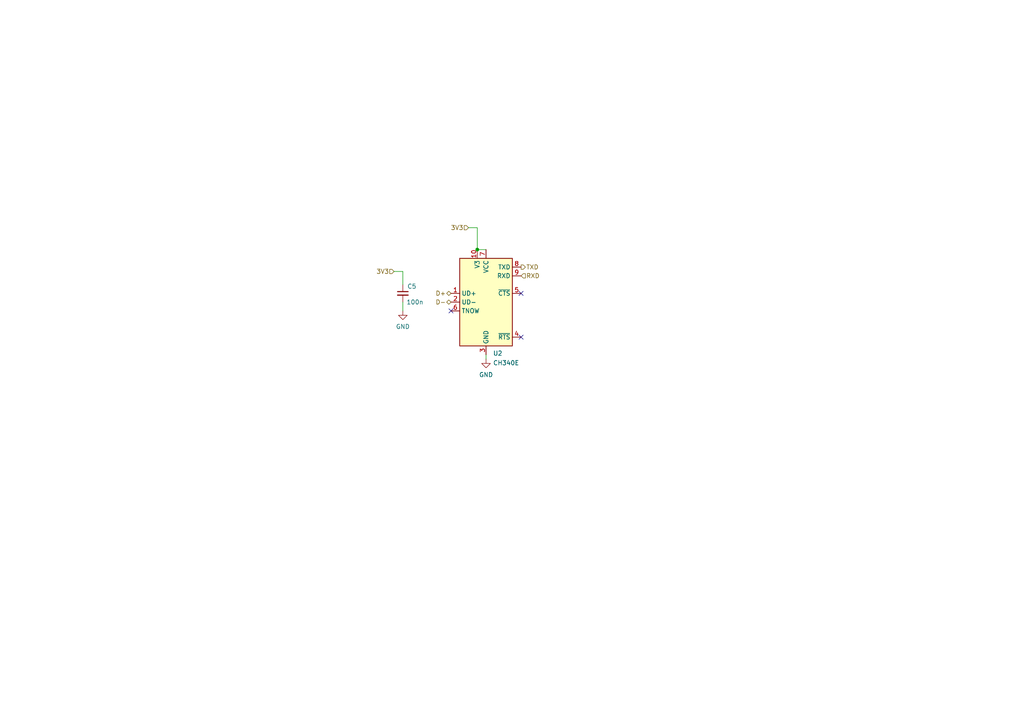
<source format=kicad_sch>
(kicad_sch (version 20211123) (generator eeschema)
  (paper "A4")
  (lib_symbols
    (symbol "Device:C_Small" (pin_numbers hide) (pin_names (offset 0.254) hide)
      (property "Reference" "C" (at 0.254 1.778 0))
      (property "Value" "C_Small" (at 0.254 -2.032 0))
      (symbol "C_Small_0_1"
        (polyline (pts (xy -1.524 -0.508) (xy 1.524 -0.508)) (stroke (width 0.3302)))
        (polyline (pts (xy -1.524 0.508) (xy 1.524 0.508)) (stroke (width 0.3048)))
      )
      (symbol "C_Small_1_1"
        (pin passive line (at 0 2.54 270) (length 2.032) (name "~") (number "1"))
        (pin passive line (at 0 -2.54 90) (length 2.032) (name "~") (number "2"))
      )
    )
    (symbol "Interface_USB:CH340E"
      (property "Reference" "U" (at -5.08 13.97 0))
      (property "Value" "CH340E" (at 1.27 13.97 0))
      (symbol "CH340E_0_1"
        (rectangle (start -7.62 12.7) (end 7.62 -12.7) (stroke (width 0.254)) (fill (type background)))
      )
      (symbol "CH340E_1_1"
        (pin bidirectional line (at -10.16 2.54 0) (length 2.54) (name "UD+") (number "1"))
        (pin passive line (at -2.54 15.24 270) (length 2.54) (name "V3") (number "10"))
        (pin bidirectional line (at -10.16 0 0) (length 2.54) (name "UD-") (number "2"))
        (pin power_in line (at 0 -15.24 90) (length 2.54) (name "GND") (number "3"))
        (pin output line (at 10.16 -10.16 180) (length 2.54) (name "~{RTS}") (number "4"))
        (pin input line (at 10.16 2.54 180) (length 2.54) (name "~{CTS}") (number "5"))
        (pin output line (at -10.16 -2.54 0) (length 2.54) (name "TNOW") (number "6"))
        (pin power_in line (at 0 15.24 270) (length 2.54) (name "VCC") (number "7"))
        (pin output line (at 10.16 10.16 180) (length 2.54) (name "TXD") (number "8"))
        (pin input line (at 10.16 7.62 180) (length 2.54) (name "RXD") (number "9"))
      )
    )
    (symbol "power:GND" (power) (pin_names (offset 0))
      (property "Value" "GND" (at 0 -3.81 0))
      (symbol "GND_0_1"
        (polyline (pts (xy 0 0) (xy 0 -1.27) (xy 1.27 -1.27) (xy 0 -2.54) (xy -1.27 -1.27) (xy 0 -1.27)))
      )
      (symbol "GND_1_1"
        (pin power_in line (at 0 0 270) (length 0) hide (name "GND") (number "1"))
      )
    )
  )
  (junction (at 138.43 72.39))
  (no_connect (at 151.13 85.09))
  (no_connect (at 151.13 97.79))
  (no_connect (at 130.81 90.17))
  (wire (pts (xy 138.43 72.39) (xy 140.97 72.39)))
  (wire (pts (xy 135.89 66.04) (xy 138.43 66.04)))
  (wire (pts (xy 138.43 66.04) (xy 138.43 72.39)))
  (wire (pts (xy 116.84 87.63) (xy 116.84 90.17)))
  (wire (pts (xy 114.3 78.74) (xy 116.84 78.74)))
  (wire (pts (xy 140.97 102.87) (xy 140.97 104.14)))
  (wire (pts (xy 116.84 78.74) (xy 116.84 82.55)))
  (hierarchical_label "D-" (shape bidirectional) (at 130.81 87.63 180))
  (hierarchical_label "RXD" (shape input) (at 151.13 80.01 0))
  (hierarchical_label "3V3" (shape input) (at 114.3 78.74 180))
  (hierarchical_label "D+" (shape bidirectional) (at 130.81 85.09 180))
  (hierarchical_label "3V3" (shape input) (at 135.89 66.04 180))
  (hierarchical_label "TXD" (shape output) (at 151.13 77.47 0))
  (symbol (lib_id "Device:C_Small") (at 116.84 85.09 0) (mirror y) (unit 1)
    (property "Reference" "C5" (at 118.11 83.058 0) (effects (justify right)))
    (property "Value" "100n" (at 117.856 87.63 0) (effects (justify right)))
    (property "Footprint" "Capacitor_SMD:C_0603_1608Metric" (effects hide))
  )
  (symbol (lib_id "power:GND") (at 116.84 90.17 0) (unit 1)
    (property "Reference" "#PWR0118" (effects hide))
    (property "Value" "GND" (at 116.84 94.7325 0))
  )
  (symbol (lib_id "Interface_USB:CH340E") (at 140.97 87.63 0) (unit 1)
    (property "Reference" "U2" (at 142.9894 102.4795 0) (effects (justify left)))
    (property "Value" "CH340E" (at 142.9894 105.2546 0) (effects (justify left)))
    (property "Footprint" "Package_SO:MSOP-10_3x3mm_P0.5mm" (effects hide))
    (property "Datasheet" "https://www.mpja.com/download/35227cpdata.pdf" (effects hide))
  )
  (symbol (lib_id "power:GND") (at 140.97 104.14 0) (unit 1)
    (property "Reference" "#PWR0119" (effects hide))
    (property "Value" "GND" (at 140.97 108.7025 0))
  )
)
</source>
